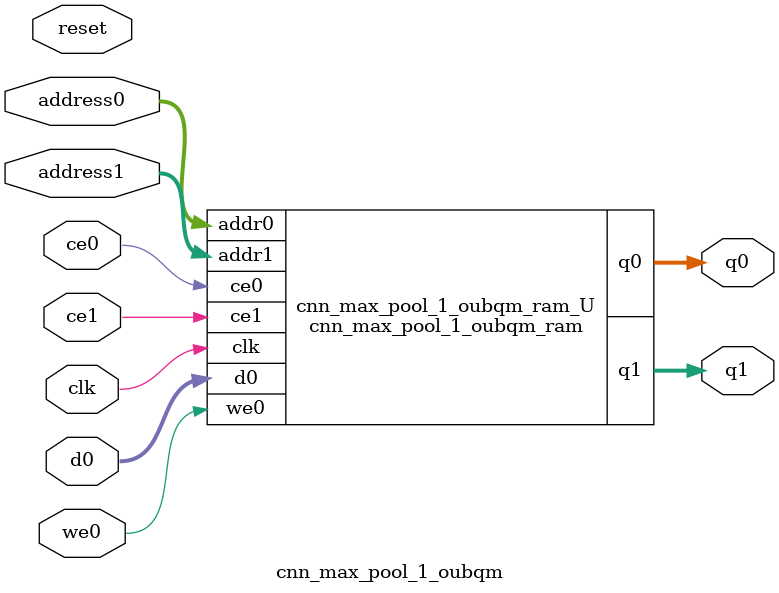
<source format=v>
`timescale 1 ns / 1 ps
module cnn_max_pool_1_oubqm_ram (addr0, ce0, d0, we0, q0, addr1, ce1, q1,  clk);

parameter DWIDTH = 14;
parameter AWIDTH = 8;
parameter MEM_SIZE = 150;

input[AWIDTH-1:0] addr0;
input ce0;
input[DWIDTH-1:0] d0;
input we0;
output reg[DWIDTH-1:0] q0;
input[AWIDTH-1:0] addr1;
input ce1;
output reg[DWIDTH-1:0] q1;
input clk;

(* ram_style = "block" *)reg [DWIDTH-1:0] ram[0:MEM_SIZE-1];




always @(posedge clk)  
begin 
    if (ce0) 
    begin
        if (we0) 
        begin 
            ram[addr0] <= d0; 
        end 
        q0 <= ram[addr0];
    end
end


always @(posedge clk)  
begin 
    if (ce1) 
    begin
        q1 <= ram[addr1];
    end
end


endmodule

`timescale 1 ns / 1 ps
module cnn_max_pool_1_oubqm(
    reset,
    clk,
    address0,
    ce0,
    we0,
    d0,
    q0,
    address1,
    ce1,
    q1);

parameter DataWidth = 32'd14;
parameter AddressRange = 32'd150;
parameter AddressWidth = 32'd8;
input reset;
input clk;
input[AddressWidth - 1:0] address0;
input ce0;
input we0;
input[DataWidth - 1:0] d0;
output[DataWidth - 1:0] q0;
input[AddressWidth - 1:0] address1;
input ce1;
output[DataWidth - 1:0] q1;



cnn_max_pool_1_oubqm_ram cnn_max_pool_1_oubqm_ram_U(
    .clk( clk ),
    .addr0( address0 ),
    .ce0( ce0 ),
    .we0( we0 ),
    .d0( d0 ),
    .q0( q0 ),
    .addr1( address1 ),
    .ce1( ce1 ),
    .q1( q1 ));

endmodule


</source>
